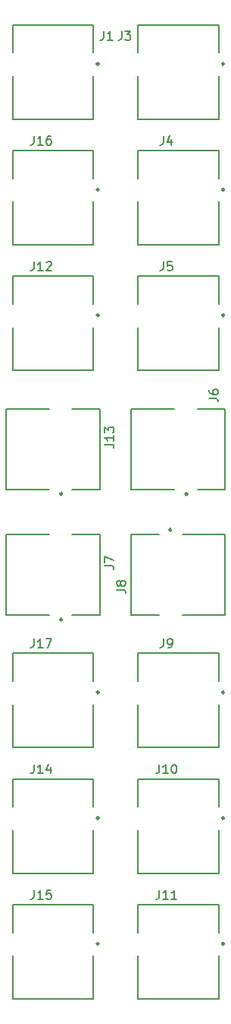
<source format=gbr>
%TF.GenerationSoftware,KiCad,Pcbnew,8.0.3-8.0.3-0~ubuntu22.04.1*%
%TF.CreationDate,2024-07-22T11:51:33+02:00*%
%TF.ProjectId,splt_mlt,73706c74-5f6d-46c7-942e-6b696361645f,rev?*%
%TF.SameCoordinates,Original*%
%TF.FileFunction,Legend,Top*%
%TF.FilePolarity,Positive*%
%FSLAX46Y46*%
G04 Gerber Fmt 4.6, Leading zero omitted, Abs format (unit mm)*
G04 Created by KiCad (PCBNEW 8.0.3-8.0.3-0~ubuntu22.04.1) date 2024-07-22 11:51:33*
%MOMM*%
%LPD*%
G01*
G04 APERTURE LIST*
%ADD10C,0.150000*%
%ADD11C,0.127000*%
%ADD12C,0.240000*%
G04 APERTURE END LIST*
D10*
X97359819Y-110658333D02*
X98074104Y-110658333D01*
X98074104Y-110658333D02*
X98216961Y-110705952D01*
X98216961Y-110705952D02*
X98312200Y-110801190D01*
X98312200Y-110801190D02*
X98359819Y-110944047D01*
X98359819Y-110944047D02*
X98359819Y-111039285D01*
X97788390Y-110039285D02*
X97740771Y-110134523D01*
X97740771Y-110134523D02*
X97693152Y-110182142D01*
X97693152Y-110182142D02*
X97597914Y-110229761D01*
X97597914Y-110229761D02*
X97550295Y-110229761D01*
X97550295Y-110229761D02*
X97455057Y-110182142D01*
X97455057Y-110182142D02*
X97407438Y-110134523D01*
X97407438Y-110134523D02*
X97359819Y-110039285D01*
X97359819Y-110039285D02*
X97359819Y-109848809D01*
X97359819Y-109848809D02*
X97407438Y-109753571D01*
X97407438Y-109753571D02*
X97455057Y-109705952D01*
X97455057Y-109705952D02*
X97550295Y-109658333D01*
X97550295Y-109658333D02*
X97597914Y-109658333D01*
X97597914Y-109658333D02*
X97693152Y-109705952D01*
X97693152Y-109705952D02*
X97740771Y-109753571D01*
X97740771Y-109753571D02*
X97788390Y-109848809D01*
X97788390Y-109848809D02*
X97788390Y-110039285D01*
X97788390Y-110039285D02*
X97836009Y-110134523D01*
X97836009Y-110134523D02*
X97883628Y-110182142D01*
X97883628Y-110182142D02*
X97978866Y-110229761D01*
X97978866Y-110229761D02*
X98169342Y-110229761D01*
X98169342Y-110229761D02*
X98264580Y-110182142D01*
X98264580Y-110182142D02*
X98312200Y-110134523D01*
X98312200Y-110134523D02*
X98359819Y-110039285D01*
X98359819Y-110039285D02*
X98359819Y-109848809D01*
X98359819Y-109848809D02*
X98312200Y-109753571D01*
X98312200Y-109753571D02*
X98264580Y-109705952D01*
X98264580Y-109705952D02*
X98169342Y-109658333D01*
X98169342Y-109658333D02*
X97978866Y-109658333D01*
X97978866Y-109658333D02*
X97883628Y-109705952D01*
X97883628Y-109705952D02*
X97836009Y-109753571D01*
X97836009Y-109753571D02*
X97788390Y-109848809D01*
X107694819Y-89333333D02*
X108409104Y-89333333D01*
X108409104Y-89333333D02*
X108551961Y-89380952D01*
X108551961Y-89380952D02*
X108647200Y-89476190D01*
X108647200Y-89476190D02*
X108694819Y-89619047D01*
X108694819Y-89619047D02*
X108694819Y-89714285D01*
X107694819Y-88428571D02*
X107694819Y-88619047D01*
X107694819Y-88619047D02*
X107742438Y-88714285D01*
X107742438Y-88714285D02*
X107790057Y-88761904D01*
X107790057Y-88761904D02*
X107932914Y-88857142D01*
X107932914Y-88857142D02*
X108123390Y-88904761D01*
X108123390Y-88904761D02*
X108504342Y-88904761D01*
X108504342Y-88904761D02*
X108599580Y-88857142D01*
X108599580Y-88857142D02*
X108647200Y-88809523D01*
X108647200Y-88809523D02*
X108694819Y-88714285D01*
X108694819Y-88714285D02*
X108694819Y-88523809D01*
X108694819Y-88523809D02*
X108647200Y-88428571D01*
X108647200Y-88428571D02*
X108599580Y-88380952D01*
X108599580Y-88380952D02*
X108504342Y-88333333D01*
X108504342Y-88333333D02*
X108266247Y-88333333D01*
X108266247Y-88333333D02*
X108171009Y-88380952D01*
X108171009Y-88380952D02*
X108123390Y-88428571D01*
X108123390Y-88428571D02*
X108075771Y-88523809D01*
X108075771Y-88523809D02*
X108075771Y-88714285D01*
X108075771Y-88714285D02*
X108123390Y-88809523D01*
X108123390Y-88809523D02*
X108171009Y-88857142D01*
X108171009Y-88857142D02*
X108266247Y-88904761D01*
X102581666Y-60119819D02*
X102581666Y-60834104D01*
X102581666Y-60834104D02*
X102534047Y-60976961D01*
X102534047Y-60976961D02*
X102438809Y-61072200D01*
X102438809Y-61072200D02*
X102295952Y-61119819D01*
X102295952Y-61119819D02*
X102200714Y-61119819D01*
X103486428Y-60453152D02*
X103486428Y-61119819D01*
X103248333Y-60072200D02*
X103010238Y-60786485D01*
X103010238Y-60786485D02*
X103629285Y-60786485D01*
X102105476Y-130119819D02*
X102105476Y-130834104D01*
X102105476Y-130834104D02*
X102057857Y-130976961D01*
X102057857Y-130976961D02*
X101962619Y-131072200D01*
X101962619Y-131072200D02*
X101819762Y-131119819D01*
X101819762Y-131119819D02*
X101724524Y-131119819D01*
X103105476Y-131119819D02*
X102534048Y-131119819D01*
X102819762Y-131119819D02*
X102819762Y-130119819D01*
X102819762Y-130119819D02*
X102724524Y-130262676D01*
X102724524Y-130262676D02*
X102629286Y-130357914D01*
X102629286Y-130357914D02*
X102534048Y-130405533D01*
X103724524Y-130119819D02*
X103819762Y-130119819D01*
X103819762Y-130119819D02*
X103915000Y-130167438D01*
X103915000Y-130167438D02*
X103962619Y-130215057D01*
X103962619Y-130215057D02*
X104010238Y-130310295D01*
X104010238Y-130310295D02*
X104057857Y-130500771D01*
X104057857Y-130500771D02*
X104057857Y-130738866D01*
X104057857Y-130738866D02*
X104010238Y-130929342D01*
X104010238Y-130929342D02*
X103962619Y-131024580D01*
X103962619Y-131024580D02*
X103915000Y-131072200D01*
X103915000Y-131072200D02*
X103819762Y-131119819D01*
X103819762Y-131119819D02*
X103724524Y-131119819D01*
X103724524Y-131119819D02*
X103629286Y-131072200D01*
X103629286Y-131072200D02*
X103581667Y-131024580D01*
X103581667Y-131024580D02*
X103534048Y-130929342D01*
X103534048Y-130929342D02*
X103486429Y-130738866D01*
X103486429Y-130738866D02*
X103486429Y-130500771D01*
X103486429Y-130500771D02*
X103534048Y-130310295D01*
X103534048Y-130310295D02*
X103581667Y-130215057D01*
X103581667Y-130215057D02*
X103629286Y-130167438D01*
X103629286Y-130167438D02*
X103724524Y-130119819D01*
X88105476Y-116119819D02*
X88105476Y-116834104D01*
X88105476Y-116834104D02*
X88057857Y-116976961D01*
X88057857Y-116976961D02*
X87962619Y-117072200D01*
X87962619Y-117072200D02*
X87819762Y-117119819D01*
X87819762Y-117119819D02*
X87724524Y-117119819D01*
X89105476Y-117119819D02*
X88534048Y-117119819D01*
X88819762Y-117119819D02*
X88819762Y-116119819D01*
X88819762Y-116119819D02*
X88724524Y-116262676D01*
X88724524Y-116262676D02*
X88629286Y-116357914D01*
X88629286Y-116357914D02*
X88534048Y-116405533D01*
X89438810Y-116119819D02*
X90105476Y-116119819D01*
X90105476Y-116119819D02*
X89676905Y-117119819D01*
X102581666Y-74119819D02*
X102581666Y-74834104D01*
X102581666Y-74834104D02*
X102534047Y-74976961D01*
X102534047Y-74976961D02*
X102438809Y-75072200D01*
X102438809Y-75072200D02*
X102295952Y-75119819D01*
X102295952Y-75119819D02*
X102200714Y-75119819D01*
X103534047Y-74119819D02*
X103057857Y-74119819D01*
X103057857Y-74119819D02*
X103010238Y-74596009D01*
X103010238Y-74596009D02*
X103057857Y-74548390D01*
X103057857Y-74548390D02*
X103153095Y-74500771D01*
X103153095Y-74500771D02*
X103391190Y-74500771D01*
X103391190Y-74500771D02*
X103486428Y-74548390D01*
X103486428Y-74548390D02*
X103534047Y-74596009D01*
X103534047Y-74596009D02*
X103581666Y-74691247D01*
X103581666Y-74691247D02*
X103581666Y-74929342D01*
X103581666Y-74929342D02*
X103534047Y-75024580D01*
X103534047Y-75024580D02*
X103486428Y-75072200D01*
X103486428Y-75072200D02*
X103391190Y-75119819D01*
X103391190Y-75119819D02*
X103153095Y-75119819D01*
X103153095Y-75119819D02*
X103057857Y-75072200D01*
X103057857Y-75072200D02*
X103010238Y-75024580D01*
X102581666Y-116119819D02*
X102581666Y-116834104D01*
X102581666Y-116834104D02*
X102534047Y-116976961D01*
X102534047Y-116976961D02*
X102438809Y-117072200D01*
X102438809Y-117072200D02*
X102295952Y-117119819D01*
X102295952Y-117119819D02*
X102200714Y-117119819D01*
X103105476Y-117119819D02*
X103295952Y-117119819D01*
X103295952Y-117119819D02*
X103391190Y-117072200D01*
X103391190Y-117072200D02*
X103438809Y-117024580D01*
X103438809Y-117024580D02*
X103534047Y-116881723D01*
X103534047Y-116881723D02*
X103581666Y-116691247D01*
X103581666Y-116691247D02*
X103581666Y-116310295D01*
X103581666Y-116310295D02*
X103534047Y-116215057D01*
X103534047Y-116215057D02*
X103486428Y-116167438D01*
X103486428Y-116167438D02*
X103391190Y-116119819D01*
X103391190Y-116119819D02*
X103200714Y-116119819D01*
X103200714Y-116119819D02*
X103105476Y-116167438D01*
X103105476Y-116167438D02*
X103057857Y-116215057D01*
X103057857Y-116215057D02*
X103010238Y-116310295D01*
X103010238Y-116310295D02*
X103010238Y-116548390D01*
X103010238Y-116548390D02*
X103057857Y-116643628D01*
X103057857Y-116643628D02*
X103105476Y-116691247D01*
X103105476Y-116691247D02*
X103200714Y-116738866D01*
X103200714Y-116738866D02*
X103391190Y-116738866D01*
X103391190Y-116738866D02*
X103486428Y-116691247D01*
X103486428Y-116691247D02*
X103534047Y-116643628D01*
X103534047Y-116643628D02*
X103581666Y-116548390D01*
X88105476Y-60119819D02*
X88105476Y-60834104D01*
X88105476Y-60834104D02*
X88057857Y-60976961D01*
X88057857Y-60976961D02*
X87962619Y-61072200D01*
X87962619Y-61072200D02*
X87819762Y-61119819D01*
X87819762Y-61119819D02*
X87724524Y-61119819D01*
X89105476Y-61119819D02*
X88534048Y-61119819D01*
X88819762Y-61119819D02*
X88819762Y-60119819D01*
X88819762Y-60119819D02*
X88724524Y-60262676D01*
X88724524Y-60262676D02*
X88629286Y-60357914D01*
X88629286Y-60357914D02*
X88534048Y-60405533D01*
X89962619Y-60119819D02*
X89772143Y-60119819D01*
X89772143Y-60119819D02*
X89676905Y-60167438D01*
X89676905Y-60167438D02*
X89629286Y-60215057D01*
X89629286Y-60215057D02*
X89534048Y-60357914D01*
X89534048Y-60357914D02*
X89486429Y-60548390D01*
X89486429Y-60548390D02*
X89486429Y-60929342D01*
X89486429Y-60929342D02*
X89534048Y-61024580D01*
X89534048Y-61024580D02*
X89581667Y-61072200D01*
X89581667Y-61072200D02*
X89676905Y-61119819D01*
X89676905Y-61119819D02*
X89867381Y-61119819D01*
X89867381Y-61119819D02*
X89962619Y-61072200D01*
X89962619Y-61072200D02*
X90010238Y-61024580D01*
X90010238Y-61024580D02*
X90057857Y-60929342D01*
X90057857Y-60929342D02*
X90057857Y-60691247D01*
X90057857Y-60691247D02*
X90010238Y-60596009D01*
X90010238Y-60596009D02*
X89962619Y-60548390D01*
X89962619Y-60548390D02*
X89867381Y-60500771D01*
X89867381Y-60500771D02*
X89676905Y-60500771D01*
X89676905Y-60500771D02*
X89581667Y-60548390D01*
X89581667Y-60548390D02*
X89534048Y-60596009D01*
X89534048Y-60596009D02*
X89486429Y-60691247D01*
X95906666Y-48454819D02*
X95906666Y-49169104D01*
X95906666Y-49169104D02*
X95859047Y-49311961D01*
X95859047Y-49311961D02*
X95763809Y-49407200D01*
X95763809Y-49407200D02*
X95620952Y-49454819D01*
X95620952Y-49454819D02*
X95525714Y-49454819D01*
X96906666Y-49454819D02*
X96335238Y-49454819D01*
X96620952Y-49454819D02*
X96620952Y-48454819D01*
X96620952Y-48454819D02*
X96525714Y-48597676D01*
X96525714Y-48597676D02*
X96430476Y-48692914D01*
X96430476Y-48692914D02*
X96335238Y-48740533D01*
X88105476Y-130119819D02*
X88105476Y-130834104D01*
X88105476Y-130834104D02*
X88057857Y-130976961D01*
X88057857Y-130976961D02*
X87962619Y-131072200D01*
X87962619Y-131072200D02*
X87819762Y-131119819D01*
X87819762Y-131119819D02*
X87724524Y-131119819D01*
X89105476Y-131119819D02*
X88534048Y-131119819D01*
X88819762Y-131119819D02*
X88819762Y-130119819D01*
X88819762Y-130119819D02*
X88724524Y-130262676D01*
X88724524Y-130262676D02*
X88629286Y-130357914D01*
X88629286Y-130357914D02*
X88534048Y-130405533D01*
X89962619Y-130453152D02*
X89962619Y-131119819D01*
X89724524Y-130072200D02*
X89486429Y-130786485D01*
X89486429Y-130786485D02*
X90105476Y-130786485D01*
X97906666Y-48454819D02*
X97906666Y-49169104D01*
X97906666Y-49169104D02*
X97859047Y-49311961D01*
X97859047Y-49311961D02*
X97763809Y-49407200D01*
X97763809Y-49407200D02*
X97620952Y-49454819D01*
X97620952Y-49454819D02*
X97525714Y-49454819D01*
X98287619Y-48454819D02*
X98906666Y-48454819D01*
X98906666Y-48454819D02*
X98573333Y-48835771D01*
X98573333Y-48835771D02*
X98716190Y-48835771D01*
X98716190Y-48835771D02*
X98811428Y-48883390D01*
X98811428Y-48883390D02*
X98859047Y-48931009D01*
X98859047Y-48931009D02*
X98906666Y-49026247D01*
X98906666Y-49026247D02*
X98906666Y-49264342D01*
X98906666Y-49264342D02*
X98859047Y-49359580D01*
X98859047Y-49359580D02*
X98811428Y-49407200D01*
X98811428Y-49407200D02*
X98716190Y-49454819D01*
X98716190Y-49454819D02*
X98430476Y-49454819D01*
X98430476Y-49454819D02*
X98335238Y-49407200D01*
X98335238Y-49407200D02*
X98287619Y-49359580D01*
X88105476Y-74119819D02*
X88105476Y-74834104D01*
X88105476Y-74834104D02*
X88057857Y-74976961D01*
X88057857Y-74976961D02*
X87962619Y-75072200D01*
X87962619Y-75072200D02*
X87819762Y-75119819D01*
X87819762Y-75119819D02*
X87724524Y-75119819D01*
X89105476Y-75119819D02*
X88534048Y-75119819D01*
X88819762Y-75119819D02*
X88819762Y-74119819D01*
X88819762Y-74119819D02*
X88724524Y-74262676D01*
X88724524Y-74262676D02*
X88629286Y-74357914D01*
X88629286Y-74357914D02*
X88534048Y-74405533D01*
X89486429Y-74215057D02*
X89534048Y-74167438D01*
X89534048Y-74167438D02*
X89629286Y-74119819D01*
X89629286Y-74119819D02*
X89867381Y-74119819D01*
X89867381Y-74119819D02*
X89962619Y-74167438D01*
X89962619Y-74167438D02*
X90010238Y-74215057D01*
X90010238Y-74215057D02*
X90057857Y-74310295D01*
X90057857Y-74310295D02*
X90057857Y-74405533D01*
X90057857Y-74405533D02*
X90010238Y-74548390D01*
X90010238Y-74548390D02*
X89438810Y-75119819D01*
X89438810Y-75119819D02*
X90057857Y-75119819D01*
X96029819Y-108008333D02*
X96744104Y-108008333D01*
X96744104Y-108008333D02*
X96886961Y-108055952D01*
X96886961Y-108055952D02*
X96982200Y-108151190D01*
X96982200Y-108151190D02*
X97029819Y-108294047D01*
X97029819Y-108294047D02*
X97029819Y-108389285D01*
X96029819Y-107627380D02*
X96029819Y-106960714D01*
X96029819Y-106960714D02*
X97029819Y-107389285D01*
X102105476Y-144119819D02*
X102105476Y-144834104D01*
X102105476Y-144834104D02*
X102057857Y-144976961D01*
X102057857Y-144976961D02*
X101962619Y-145072200D01*
X101962619Y-145072200D02*
X101819762Y-145119819D01*
X101819762Y-145119819D02*
X101724524Y-145119819D01*
X103105476Y-145119819D02*
X102534048Y-145119819D01*
X102819762Y-145119819D02*
X102819762Y-144119819D01*
X102819762Y-144119819D02*
X102724524Y-144262676D01*
X102724524Y-144262676D02*
X102629286Y-144357914D01*
X102629286Y-144357914D02*
X102534048Y-144405533D01*
X104057857Y-145119819D02*
X103486429Y-145119819D01*
X103772143Y-145119819D02*
X103772143Y-144119819D01*
X103772143Y-144119819D02*
X103676905Y-144262676D01*
X103676905Y-144262676D02*
X103581667Y-144357914D01*
X103581667Y-144357914D02*
X103486429Y-144405533D01*
X96029819Y-94484523D02*
X96744104Y-94484523D01*
X96744104Y-94484523D02*
X96886961Y-94532142D01*
X96886961Y-94532142D02*
X96982200Y-94627380D01*
X96982200Y-94627380D02*
X97029819Y-94770237D01*
X97029819Y-94770237D02*
X97029819Y-94865475D01*
X97029819Y-93484523D02*
X97029819Y-94055951D01*
X97029819Y-93770237D02*
X96029819Y-93770237D01*
X96029819Y-93770237D02*
X96172676Y-93865475D01*
X96172676Y-93865475D02*
X96267914Y-93960713D01*
X96267914Y-93960713D02*
X96315533Y-94055951D01*
X96029819Y-93151189D02*
X96029819Y-92532142D01*
X96029819Y-92532142D02*
X96410771Y-92865475D01*
X96410771Y-92865475D02*
X96410771Y-92722618D01*
X96410771Y-92722618D02*
X96458390Y-92627380D01*
X96458390Y-92627380D02*
X96506009Y-92579761D01*
X96506009Y-92579761D02*
X96601247Y-92532142D01*
X96601247Y-92532142D02*
X96839342Y-92532142D01*
X96839342Y-92532142D02*
X96934580Y-92579761D01*
X96934580Y-92579761D02*
X96982200Y-92627380D01*
X96982200Y-92627380D02*
X97029819Y-92722618D01*
X97029819Y-92722618D02*
X97029819Y-93008332D01*
X97029819Y-93008332D02*
X96982200Y-93103570D01*
X96982200Y-93103570D02*
X96934580Y-93151189D01*
X88105476Y-144119819D02*
X88105476Y-144834104D01*
X88105476Y-144834104D02*
X88057857Y-144976961D01*
X88057857Y-144976961D02*
X87962619Y-145072200D01*
X87962619Y-145072200D02*
X87819762Y-145119819D01*
X87819762Y-145119819D02*
X87724524Y-145119819D01*
X89105476Y-145119819D02*
X88534048Y-145119819D01*
X88819762Y-145119819D02*
X88819762Y-144119819D01*
X88819762Y-144119819D02*
X88724524Y-144262676D01*
X88724524Y-144262676D02*
X88629286Y-144357914D01*
X88629286Y-144357914D02*
X88534048Y-144405533D01*
X90010238Y-144119819D02*
X89534048Y-144119819D01*
X89534048Y-144119819D02*
X89486429Y-144596009D01*
X89486429Y-144596009D02*
X89534048Y-144548390D01*
X89534048Y-144548390D02*
X89629286Y-144500771D01*
X89629286Y-144500771D02*
X89867381Y-144500771D01*
X89867381Y-144500771D02*
X89962619Y-144548390D01*
X89962619Y-144548390D02*
X90010238Y-144596009D01*
X90010238Y-144596009D02*
X90057857Y-144691247D01*
X90057857Y-144691247D02*
X90057857Y-144929342D01*
X90057857Y-144929342D02*
X90010238Y-145024580D01*
X90010238Y-145024580D02*
X89962619Y-145072200D01*
X89962619Y-145072200D02*
X89867381Y-145119819D01*
X89867381Y-145119819D02*
X89629286Y-145119819D01*
X89629286Y-145119819D02*
X89534048Y-145072200D01*
X89534048Y-145072200D02*
X89486429Y-145024580D01*
D11*
%TO.C,J8*%
X98990000Y-104500000D02*
X102090000Y-104500000D01*
X98990000Y-113500000D02*
X98990000Y-104500000D01*
X98990000Y-113500000D02*
X102090000Y-113500000D01*
X109490000Y-104500000D02*
X104690000Y-104500000D01*
X109490000Y-104500000D02*
X109490000Y-113500000D01*
X109490000Y-113500000D02*
X104690000Y-113500000D01*
D12*
X103460000Y-104000000D02*
G75*
G02*
X103220000Y-104000000I-120000J0D01*
G01*
X103220000Y-104000000D02*
G75*
G02*
X103460000Y-104000000I120000J0D01*
G01*
D11*
%TO.C,J6*%
X98990000Y-90500000D02*
X103790000Y-90500000D01*
X98990000Y-99500000D02*
X98990000Y-90500000D01*
X98990000Y-99500000D02*
X103790000Y-99500000D01*
X109490000Y-90500000D02*
X106390000Y-90500000D01*
X109490000Y-90500000D02*
X109490000Y-99500000D01*
X109490000Y-99500000D02*
X106390000Y-99500000D01*
D12*
X105260000Y-100000000D02*
G75*
G02*
X105020000Y-100000000I-120000J0D01*
G01*
X105020000Y-100000000D02*
G75*
G02*
X105260000Y-100000000I120000J0D01*
G01*
D11*
%TO.C,J4*%
X99740000Y-61750000D02*
X99740000Y-64850000D01*
X99740000Y-61750000D02*
X108740000Y-61750000D01*
X99740000Y-72250000D02*
X99740000Y-67450000D01*
X108740000Y-61750000D02*
X108740000Y-64850000D01*
X108740000Y-72250000D02*
X99740000Y-72250000D01*
X108740000Y-72250000D02*
X108740000Y-67450000D01*
D12*
X109360000Y-66100000D02*
G75*
G02*
X109120000Y-66100000I-120000J0D01*
G01*
X109120000Y-66100000D02*
G75*
G02*
X109360000Y-66100000I120000J0D01*
G01*
D11*
%TO.C,J10*%
X99740000Y-131750000D02*
X99740000Y-134850000D01*
X99740000Y-131750000D02*
X108740000Y-131750000D01*
X99740000Y-142250000D02*
X99740000Y-137450000D01*
X108740000Y-131750000D02*
X108740000Y-134850000D01*
X108740000Y-142250000D02*
X99740000Y-142250000D01*
X108740000Y-142250000D02*
X108740000Y-137450000D01*
D12*
X109360000Y-136100000D02*
G75*
G02*
X109120000Y-136100000I-120000J0D01*
G01*
X109120000Y-136100000D02*
G75*
G02*
X109360000Y-136100000I120000J0D01*
G01*
D11*
%TO.C,J17*%
X85740000Y-117750000D02*
X85740000Y-120850000D01*
X85740000Y-117750000D02*
X94740000Y-117750000D01*
X85740000Y-128250000D02*
X85740000Y-123450000D01*
X94740000Y-117750000D02*
X94740000Y-120850000D01*
X94740000Y-128250000D02*
X85740000Y-128250000D01*
X94740000Y-128250000D02*
X94740000Y-123450000D01*
D12*
X95360000Y-122100000D02*
G75*
G02*
X95120000Y-122100000I-120000J0D01*
G01*
X95120000Y-122100000D02*
G75*
G02*
X95360000Y-122100000I120000J0D01*
G01*
D11*
%TO.C,J5*%
X99740000Y-75750000D02*
X99740000Y-78850000D01*
X99740000Y-75750000D02*
X108740000Y-75750000D01*
X99740000Y-86250000D02*
X99740000Y-81450000D01*
X108740000Y-75750000D02*
X108740000Y-78850000D01*
X108740000Y-86250000D02*
X99740000Y-86250000D01*
X108740000Y-86250000D02*
X108740000Y-81450000D01*
D12*
X109360000Y-80100000D02*
G75*
G02*
X109120000Y-80100000I-120000J0D01*
G01*
X109120000Y-80100000D02*
G75*
G02*
X109360000Y-80100000I120000J0D01*
G01*
D11*
%TO.C,J9*%
X99740000Y-117750000D02*
X99740000Y-120850000D01*
X99740000Y-117750000D02*
X108740000Y-117750000D01*
X99740000Y-128250000D02*
X99740000Y-123450000D01*
X108740000Y-117750000D02*
X108740000Y-120850000D01*
X108740000Y-128250000D02*
X99740000Y-128250000D01*
X108740000Y-128250000D02*
X108740000Y-123450000D01*
D12*
X109360000Y-122100000D02*
G75*
G02*
X109120000Y-122100000I-120000J0D01*
G01*
X109120000Y-122100000D02*
G75*
G02*
X109360000Y-122100000I120000J0D01*
G01*
D11*
%TO.C,J16*%
X85740000Y-61750000D02*
X85740000Y-64850000D01*
X85740000Y-61750000D02*
X94740000Y-61750000D01*
X85740000Y-72250000D02*
X85740000Y-67450000D01*
X94740000Y-61750000D02*
X94740000Y-64850000D01*
X94740000Y-72250000D02*
X85740000Y-72250000D01*
X94740000Y-72250000D02*
X94740000Y-67450000D01*
D12*
X95360000Y-66100000D02*
G75*
G02*
X95120000Y-66100000I-120000J0D01*
G01*
X95120000Y-66100000D02*
G75*
G02*
X95360000Y-66100000I120000J0D01*
G01*
D11*
%TO.C,J1*%
X85740000Y-47750000D02*
X85740000Y-50850000D01*
X85740000Y-47750000D02*
X94740000Y-47750000D01*
X85740000Y-58250000D02*
X85740000Y-53450000D01*
X94740000Y-47750000D02*
X94740000Y-50850000D01*
X94740000Y-58250000D02*
X85740000Y-58250000D01*
X94740000Y-58250000D02*
X94740000Y-53450000D01*
D12*
X95360000Y-52100000D02*
G75*
G02*
X95120000Y-52100000I-120000J0D01*
G01*
X95120000Y-52100000D02*
G75*
G02*
X95360000Y-52100000I120000J0D01*
G01*
D11*
%TO.C,J14*%
X85740000Y-131750000D02*
X85740000Y-134850000D01*
X85740000Y-131750000D02*
X94740000Y-131750000D01*
X85740000Y-142250000D02*
X85740000Y-137450000D01*
X94740000Y-131750000D02*
X94740000Y-134850000D01*
X94740000Y-142250000D02*
X85740000Y-142250000D01*
X94740000Y-142250000D02*
X94740000Y-137450000D01*
D12*
X95360000Y-136100000D02*
G75*
G02*
X95120000Y-136100000I-120000J0D01*
G01*
X95120000Y-136100000D02*
G75*
G02*
X95360000Y-136100000I120000J0D01*
G01*
D11*
%TO.C,J3*%
X99740000Y-47750000D02*
X99740000Y-50850000D01*
X99740000Y-47750000D02*
X108740000Y-47750000D01*
X99740000Y-58250000D02*
X99740000Y-53450000D01*
X108740000Y-47750000D02*
X108740000Y-50850000D01*
X108740000Y-58250000D02*
X99740000Y-58250000D01*
X108740000Y-58250000D02*
X108740000Y-53450000D01*
D12*
X109360000Y-52100000D02*
G75*
G02*
X109120000Y-52100000I-120000J0D01*
G01*
X109120000Y-52100000D02*
G75*
G02*
X109360000Y-52100000I120000J0D01*
G01*
D11*
%TO.C,J12*%
X85740000Y-75750000D02*
X85740000Y-78850000D01*
X85740000Y-75750000D02*
X94740000Y-75750000D01*
X85740000Y-86250000D02*
X85740000Y-81450000D01*
X94740000Y-75750000D02*
X94740000Y-78850000D01*
X94740000Y-86250000D02*
X85740000Y-86250000D01*
X94740000Y-86250000D02*
X94740000Y-81450000D01*
D12*
X95360000Y-80100000D02*
G75*
G02*
X95120000Y-80100000I-120000J0D01*
G01*
X95120000Y-80100000D02*
G75*
G02*
X95360000Y-80100000I120000J0D01*
G01*
D11*
%TO.C,J7*%
X84990000Y-104500000D02*
X89790000Y-104500000D01*
X84990000Y-113500000D02*
X84990000Y-104500000D01*
X84990000Y-113500000D02*
X89790000Y-113500000D01*
X95490000Y-104500000D02*
X92390000Y-104500000D01*
X95490000Y-104500000D02*
X95490000Y-113500000D01*
X95490000Y-113500000D02*
X92390000Y-113500000D01*
D12*
X91260000Y-114000000D02*
G75*
G02*
X91020000Y-114000000I-120000J0D01*
G01*
X91020000Y-114000000D02*
G75*
G02*
X91260000Y-114000000I120000J0D01*
G01*
D11*
%TO.C,J11*%
X99740000Y-145750000D02*
X99740000Y-148850000D01*
X99740000Y-145750000D02*
X108740000Y-145750000D01*
X99740000Y-156250000D02*
X99740000Y-151450000D01*
X108740000Y-145750000D02*
X108740000Y-148850000D01*
X108740000Y-156250000D02*
X99740000Y-156250000D01*
X108740000Y-156250000D02*
X108740000Y-151450000D01*
D12*
X109360000Y-150100000D02*
G75*
G02*
X109120000Y-150100000I-120000J0D01*
G01*
X109120000Y-150100000D02*
G75*
G02*
X109360000Y-150100000I120000J0D01*
G01*
D11*
%TO.C,J13*%
X84990000Y-90500000D02*
X89790000Y-90500000D01*
X84990000Y-99500000D02*
X84990000Y-90500000D01*
X84990000Y-99500000D02*
X89790000Y-99500000D01*
X95490000Y-90500000D02*
X92390000Y-90500000D01*
X95490000Y-90500000D02*
X95490000Y-99500000D01*
X95490000Y-99500000D02*
X92390000Y-99500000D01*
D12*
X91260000Y-100000000D02*
G75*
G02*
X91020000Y-100000000I-120000J0D01*
G01*
X91020000Y-100000000D02*
G75*
G02*
X91260000Y-100000000I120000J0D01*
G01*
D11*
%TO.C,J15*%
X85740000Y-145750000D02*
X85740000Y-148850000D01*
X85740000Y-145750000D02*
X94740000Y-145750000D01*
X85740000Y-156250000D02*
X85740000Y-151450000D01*
X94740000Y-145750000D02*
X94740000Y-148850000D01*
X94740000Y-156250000D02*
X85740000Y-156250000D01*
X94740000Y-156250000D02*
X94740000Y-151450000D01*
D12*
X95360000Y-150100000D02*
G75*
G02*
X95120000Y-150100000I-120000J0D01*
G01*
X95120000Y-150100000D02*
G75*
G02*
X95360000Y-150100000I120000J0D01*
G01*
%TD*%
M02*

</source>
